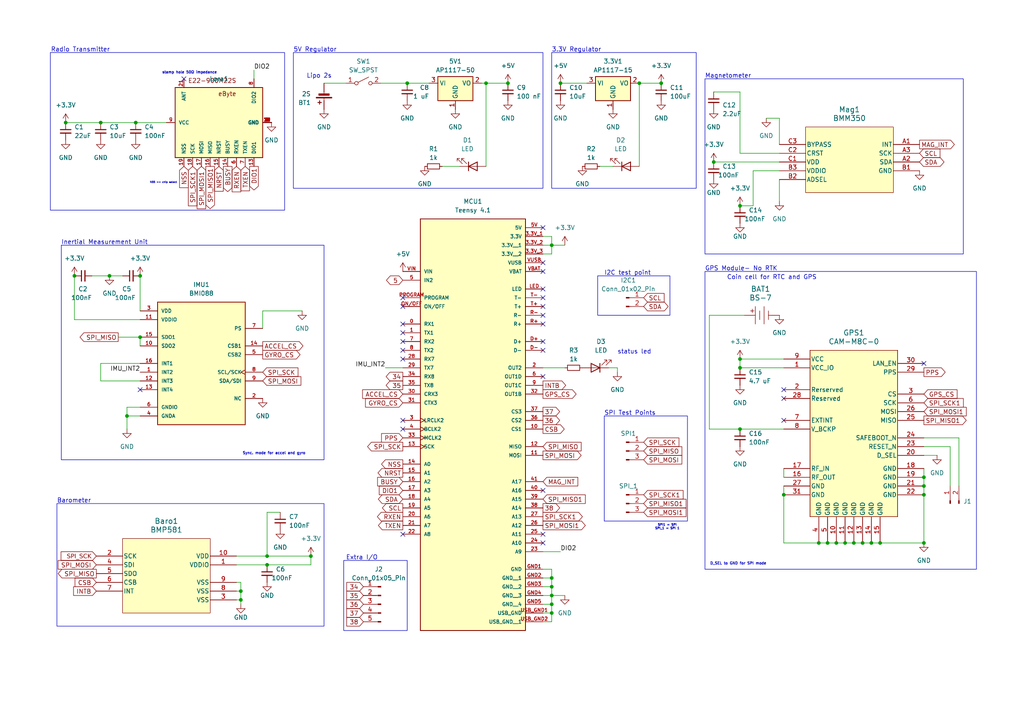
<source format=kicad_sch>
(kicad_sch (version 20231120) (generator "eeschema") (generator_version "8.0")
  (paper "A4")
  (title_block (title "Avionics Board") (date "2024-06-25") (rev "1") (company "APRL") (comment 1 "Designer: Hieu Bui"))
  (junction (at 118.11 24.13))
  (junction (at 90.17 161.29))
  (junction (at 242.57 157.48))
  (junction (at 147.32 24.13))
  (junction (at 39.37 35.56))
  (junction (at 207.01 46.99))
  (junction (at 160.02 172.72))
  (junction (at 160.02 175.26))
  (junction (at 21.59 80.01))
  (junction (at 240.03 157.48))
  (junction (at 40.64 97.79))
  (junction (at 140.97 24.13))
  (junction (at 267.97 138.43))
  (junction (at 252.73 157.48))
  (junction (at 77.47 161.29))
  (junction (at 36.83 120.65))
  (junction (at 214.63 124.46))
  (junction (at 237.49 157.48))
  (junction (at 227.33 143.51))
  (junction (at 214.63 106.68))
  (junction (at 267.97 143.51))
  (junction (at 19.05 35.56))
  (junction (at 214.63 59.69))
  (junction (at 69.85 171.45))
  (junction (at 247.65 157.48))
  (junction (at 162.56 24.13))
  (junction (at 267.97 157.48))
  (junction (at 31.75 80.01))
  (junction (at 40.64 80.01))
  (junction (at 69.85 173.99))
  (junction (at 160.02 170.18))
  (junction (at 77.47 163.83))
  (junction (at 185.42 24.13))
  (junction (at 255.27 157.48))
  (junction (at 160.02 71.12))
  (junction (at 191.77 24.13))
  (junction (at 160.02 167.64))
  (junction (at 267.97 140.97))
  (junction (at 245.11 157.48))
  (junction (at 29.21 35.56))
  (junction (at 160.02 177.8))
  (junction (at 214.63 104.14))
  (junction (at 250.19 157.48))
  (no_connect (at 116.84 88.9))
  (no_connect (at 40.64 113.03))
  (no_connect (at 116.84 99.06))
  (no_connect (at 227.33 113.03))
  (no_connect (at 227.33 121.92))
  (no_connect (at 116.84 154.94))
  (no_connect (at 116.84 121.92))
  (no_connect (at 267.97 105.41))
  (no_connect (at 116.84 101.6))
  (no_connect (at 157.48 154.94))
  (no_connect (at 157.48 78.74))
  (no_connect (at 157.48 76.2))
  (no_connect (at 157.48 93.98))
  (no_connect (at 227.33 115.57))
  (no_connect (at 157.48 83.82))
  (no_connect (at 157.48 99.06))
  (no_connect (at 157.48 88.9))
  (no_connect (at 157.48 91.44))
  (no_connect (at 157.48 101.6))
  (no_connect (at 116.84 104.14))
  (no_connect (at 116.84 86.36))
  (no_connect (at 53.34 22.86))
  (no_connect (at 116.84 93.98))
  (no_connect (at 157.48 157.48))
  (no_connect (at 157.48 109.22))
  (no_connect (at 157.48 142.24))
  (no_connect (at 157.48 86.36))
  (no_connect (at 116.84 96.52))
  (no_connect (at 157.48 66.04))
  (no_connect (at 116.84 124.46))
  (wire (pts (xy 40.64 118.11) (xy 36.83 118.11)))
  (wire (pts (xy 227.33 135.89) (xy 227.33 138.43)))
  (wire (pts (xy 160.02 175.26) (xy 160.02 177.8)))
  (wire (pts (xy 214.63 104.14) (xy 227.33 104.14)))
  (wire (pts (xy 73.66 20.32) (xy 73.66 22.86)))
  (wire (pts (xy 226.06 44.45) (xy 214.63 44.45)))
  (wire (pts (xy 157.48 172.72) (xy 160.02 172.72)))
  (wire (pts (xy 227.33 140.97) (xy 227.33 143.51)))
  (wire (pts (xy 160.02 68.58) (xy 160.02 71.12)))
  (wire (pts (xy 179.07 107.95) (xy 179.07 106.68)))
  (wire (pts (xy 36.83 120.65) (xy 36.83 124.46)))
  (wire (pts (xy 160.02 172.72) (xy 163.83 172.72)))
  (wire (pts (xy 160.02 71.12) (xy 160.02 73.66)))
  (wire (pts (xy 93.98 24.13) (xy 100.33 24.13)))
  (wire (pts (xy 185.42 24.13) (xy 185.42 48.26)))
  (wire (pts (xy 207.01 46.99) (xy 226.06 46.99)))
  (wire (pts (xy 36.83 120.65) (xy 40.64 120.65)))
  (wire (pts (xy 250.19 157.48) (xy 252.73 157.48)))
  (wire (pts (xy 110.49 24.13) (xy 118.11 24.13)))
  (wire (pts (xy 76.2 95.25) (xy 76.2 90.17)))
  (wire (pts (xy 40.64 110.49) (xy 29.21 110.49)))
  (wire (pts (xy 267.97 135.89) (xy 267.97 138.43)))
  (wire (pts (xy 157.48 71.12) (xy 160.02 71.12)))
  (wire (pts (xy 218.44 49.53) (xy 226.06 49.53)))
  (wire (pts (xy 48.26 35.56) (xy 39.37 35.56)))
  (wire (pts (xy 214.63 44.45) (xy 214.63 26.67)))
  (wire (pts (xy 214.63 26.67) (xy 207.01 26.67)))
  (wire (pts (xy 214.63 59.69) (xy 218.44 59.69)))
  (wire (pts (xy 205.74 91.44) (xy 205.74 124.46)))
  (wire (pts (xy 68.58 163.83) (xy 77.47 163.83)))
  (wire (pts (xy 40.64 97.79) (xy 40.64 100.33)))
  (wire (pts (xy 68.58 161.29) (xy 77.47 161.29)))
  (wire (pts (xy 162.56 24.13) (xy 170.18 24.13)))
  (wire (pts (xy 267.97 132.08) (xy 271.78 132.08)))
  (wire (pts (xy 227.33 106.68) (xy 214.63 106.68)))
  (wire (pts (xy 157.48 177.8) (xy 160.02 177.8)))
  (wire (pts (xy 157.48 175.26) (xy 160.02 175.26)))
  (wire (pts (xy 69.85 173.99) (xy 69.85 175.26)))
  (wire (pts (xy 214.63 106.68) (xy 214.63 104.14)))
  (wire (pts (xy 179.07 106.68) (xy 176.53 106.68)))
  (wire (pts (xy 133.35 48.26) (xy 128.27 48.26)))
  (wire (pts (xy 68.58 168.91) (xy 69.85 168.91)))
  (wire (pts (xy 157.48 160.02) (xy 162.56 160.02)))
  (wire (pts (xy 31.75 80.01) (xy 35.56 80.01)))
  (wire (pts (xy 69.85 171.45) (xy 69.85 173.99)))
  (wire (pts (xy 76.2 90.17) (xy 87.63 90.17)))
  (wire (pts (xy 69.85 173.99) (xy 68.58 173.99)))
  (wire (pts (xy 77.47 161.29) (xy 77.47 148.59)))
  (wire (pts (xy 90.17 161.29) (xy 90.17 163.83)))
  (wire (pts (xy 205.74 124.46) (xy 214.63 124.46)))
  (wire (pts (xy 36.83 118.11) (xy 36.83 120.65)))
  (wire (pts (xy 242.57 157.48) (xy 245.11 157.48)))
  (wire (pts (xy 160.02 172.72) (xy 160.02 175.26)))
  (wire (pts (xy 29.21 105.41) (xy 40.64 105.41)))
  (wire (pts (xy 77.47 148.59) (xy 81.28 148.59)))
  (wire (pts (xy 160.02 165.1) (xy 160.02 167.64)))
  (wire (pts (xy 69.85 168.91) (xy 69.85 171.45)))
  (wire (pts (xy 40.64 92.71) (xy 21.59 92.71)))
  (wire (pts (xy 160.02 170.18) (xy 160.02 172.72)))
  (wire (pts (xy 21.59 80.01) (xy 21.59 92.71)))
  (wire (pts (xy 157.48 170.18) (xy 160.02 170.18)))
  (wire (pts (xy 160.02 71.12) (xy 163.83 71.12)))
  (wire (pts (xy 77.47 161.29) (xy 90.17 161.29)))
  (wire (pts (xy 140.97 24.13) (xy 147.32 24.13)))
  (wire (pts (xy 173.99 48.26) (xy 177.8 48.26)))
  (wire (pts (xy 226.06 52.07) (xy 226.06 58.42)))
  (wire (pts (xy 227.33 143.51) (xy 227.33 157.48)))
  (wire (pts (xy 267.97 138.43) (xy 267.97 140.97)))
  (wire (pts (xy 140.97 24.13) (xy 140.97 48.26)))
  (wire (pts (xy 267.97 127) (xy 278.13 127)))
  (wire (pts (xy 34.29 97.79) (xy 40.64 97.79)))
  (wire (pts (xy 157.48 106.68) (xy 163.83 106.68)))
  (wire (pts (xy 278.13 127) (xy 278.13 140.97)))
  (wire (pts (xy 139.7 24.13) (xy 140.97 24.13)))
  (wire (pts (xy 160.02 73.66) (xy 157.48 73.66)))
  (wire (pts (xy 252.73 157.48) (xy 255.27 157.48)))
  (wire (pts (xy 237.49 157.48) (xy 240.03 157.48)))
  (wire (pts (xy 111.76 106.68) (xy 116.84 106.68)))
  (wire (pts (xy 157.48 68.58) (xy 160.02 68.58)))
  (wire (pts (xy 160.02 177.8) (xy 160.02 180.34)))
  (wire (pts (xy 245.11 157.48) (xy 247.65 157.48)))
  (wire (pts (xy 40.64 80.01) (xy 40.64 90.17)))
  (wire (pts (xy 157.48 165.1) (xy 160.02 165.1)))
  (wire (pts (xy 267.97 140.97) (xy 267.97 143.51)))
  (wire (pts (xy 77.47 163.83) (xy 90.17 163.83)))
  (wire (pts (xy 275.59 129.54) (xy 275.59 140.97)))
  (wire (pts (xy 215.9 91.44) (xy 205.74 91.44)))
  (wire (pts (xy 26.67 80.01) (xy 31.75 80.01)))
  (wire (pts (xy 240.03 157.48) (xy 242.57 157.48)))
  (wire (pts (xy 118.11 24.13) (xy 124.46 24.13)))
  (wire (pts (xy 267.97 157.48) (xy 267.97 143.51)))
  (wire (pts (xy 68.58 171.45) (xy 69.85 171.45)))
  (wire (pts (xy 39.37 35.56) (xy 29.21 35.56)))
  (wire (pts (xy 157.48 167.64) (xy 160.02 167.64)))
  (wire (pts (xy 267.97 129.54) (xy 275.59 129.54)))
  (wire (pts (xy 255.27 157.48) (xy 267.97 157.48)))
  (wire (pts (xy 218.44 59.69) (xy 218.44 49.53)))
  (wire (pts (xy 160.02 167.64) (xy 160.02 170.18)))
  (wire (pts (xy 247.65 157.48) (xy 250.19 157.48)))
  (wire (pts (xy 214.63 124.46) (xy 227.33 124.46)))
  (wire (pts (xy 29.21 35.56) (xy 19.05 35.56)))
  (wire (pts (xy 29.21 110.49) (xy 29.21 105.41)))
  (wire (pts (xy 160.02 180.34) (xy 157.48 180.34)))
  (wire (pts (xy 227.33 157.48) (xy 237.49 157.48)))
  (wire (pts (xy 222.25 34.29) (xy 226.06 34.29)))
  (wire (pts (xy 226.06 41.91) (xy 226.06 34.29)))
  (wire (pts (xy 185.42 24.13) (xy 191.77 24.13)))
  (rectangle (start 16.51 146.05) (end 93.98 181.61))
  (rectangle (start 14.605 15.24) (end 82.55 60.96))
  (rectangle (start 99.695 162.56) (end 118.11 182.88))
  (rectangle (start 204.47 22.86) (end 279.4 73.66))
  (rectangle (start 173.355 80.01) (end 194.31 91.44))
  (rectangle (start 17.78 71.12) (end 93.98 133.35))
  (rectangle (start 85.09 15.24) (end 157.48 54.61))
  (rectangle (start 204.47 78.74) (end 283.21 165.1))
  (rectangle (start 160.02 15.24) (end 201.93 54.61))
  (rectangle (start 175.26 120.65) (end 199.39 151.13))
  (text "Barometer" (at 16.51 146.05 0) (effects (font (size 1.27 1.27)) (justify left bottom)))
  (text "SPI Test Points" (at 175.26 120.65 0) (effects (font (size 1.27 1.27)) (justify left bottom)))
  (text "NSS == chip select\n" (at 43.434 53.34 0) (effects (font (size 0.508 0.508)) (justify left bottom)))
  (text "Inertial Measurement Unit" (at 17.78 71.12 0) (effects (font (size 1.27 1.27)) (justify left bottom)))
  (text "Sync. mode for accel and gyro" (at 79.502 131.572 0) (effects (font (size 0.762 0.762))))
  (text "Lipo 2s" (at 88.9 22.86 0) (effects (font (size 1.27 1.27)) (justify left bottom)))
  (text "status led" (at 179.07 102.87 0) (effects (font (size 1.27 1.27)) (justify left bottom)))
  (text "Coin cell for RTC and GPS\n" (at 210.82 81.28 0) (effects (font (size 1.27 1.27)) (justify left bottom)))
  (text "SPI1 = SPI\nSPI_1 = SPI 1" (at 193.548 152.908 0) (effects (font (size 0.635 0.635))))
  (text "Magnetometer" (at 204.47 22.86 0) (effects (font (size 1.27 1.27)) (justify left bottom)))
  (text "3.3V Regulator" (at 160.02 15.24 0) (effects (font (size 1.27 1.27)) (justify left bottom)))
  (text "GPS Module- No RTK\n" (at 204.47 78.74 0) (effects (font (size 1.27 1.27)) (justify left bottom)))
  (text "Radio Transmitter" (at 14.732 15.24 0) (effects (font (size 1.27 1.27)) (justify left bottom)))
  (text "D_SEL to GND for SPI mode" (at 214.122 163.576 0) (effects (font (size 0.762 0.762))))
  (text "I2C test point" (at 175.26 80.01 0) (effects (font (size 1.27 1.27)) (justify left bottom)))
  (text "5V Regulator" (at 85.09 15.24 0) (effects (font (size 1.27 1.27)) (justify left bottom)))
  (text "Extra I/O" (at 100.33 162.56 0) (effects (font (size 1.27 1.27)) (justify left bottom)))
  (text "stamp hole 50Ω impedance" (at 46.99 21.59 0) (effects (font (size 0.75 0.75)) (justify left bottom)))
  (label "IMU_INT2" (at 111.76 106.68 180))
  (label "DIO2" (at 162.56 160.02 0))
  (label "DIO2" (at 73.66 20.32 0))
  (label "IMU_INT2" (at 40.64 107.95 180))
  (global_label "ACCEL_CS" (shape output) (at 76.2 100.33 0) (property "Intersheetrefs" "${INTERSHEET_REFS}" (effects (hide yes))))
  (global_label "35" (shape output) (at 116.84 111.76 180) (property "Intersheetrefs" "${INTERSHEET_REFS}" (effects (hide yes))))
  (global_label "MAG_INT" (shape input) (at 157.48 139.7 0) (property "Intersheetrefs" "${INTERSHEET_REFS}" (effects (hide yes))))
  (global_label "NSS" (shape input) (at 53.34 48.26 270) (property "Intersheetrefs" "${INTERSHEET_REFS}" (effects (hide yes))))
  (global_label "SPI_MISO" (shape input) (at 186.69 130.81 0) (property "Intersheetrefs" "${INTERSHEET_REFS}" (effects (hide yes))))
  (global_label "GPS_CS" (shape output) (at 157.48 114.3 0) (property "Intersheetrefs" "${INTERSHEET_REFS}" (effects (hide yes))))
  (global_label "RXEN" (shape input) (at 68.58 48.26 270) (property "Intersheetrefs" "${INTERSHEET_REFS}" (effects (hide yes))))
  (global_label "5" (shape bidirectional) (at 116.84 81.28 180) (property "Intersheetrefs" "${INTERSHEET_REFS}" (effects (hide yes))))
  (global_label "SPI_MOSI1" (shape output) (at 157.48 152.4 0) (property "Intersheetrefs" "${INTERSHEET_REFS}" (effects (hide yes))))
  (global_label "SCL" (shape output) (at 116.84 147.32 180) (property "Intersheetrefs" "${INTERSHEET_REFS}" (effects (hide yes))))
  (global_label "RXEN" (shape output) (at 116.84 149.86 180) (property "Intersheetrefs" "${INTERSHEET_REFS}" (effects (hide yes))))
  (global_label "NRST" (shape output) (at 116.84 137.16 180) (property "Intersheetrefs" "${INTERSHEET_REFS}" (effects (hide yes))))
  (global_label "SDA" (shape bidirectional) (at 116.84 144.78 180) (property "Intersheetrefs" "${INTERSHEET_REFS}" (effects (hide yes))))
  (global_label "MAG_INT" (shape output) (at 266.7 41.91 0) (property "Intersheetrefs" "${INTERSHEET_REFS}" (effects (hide yes))))
  (global_label "SPI_SCK" (shape input) (at 76.2 107.95 0) (property "Intersheetrefs" "${INTERSHEET_REFS}" (effects (hide yes))))
  (global_label "SPI_MOSI" (shape output) (at 157.48 132.08 0) (property "Intersheetrefs" "${INTERSHEET_REFS}" (effects (hide yes))))
  (global_label "34" (shape input) (at 105.41 170.18 180) (property "Intersheetrefs" "${INTERSHEET_REFS}" (effects (hide yes))))
  (global_label "36" (shape input) (at 105.41 175.26 180) (property "Intersheetrefs" "${INTERSHEET_REFS}" (effects (hide yes))))
  (global_label "INTB" (shape output) (at 157.48 111.76 0) (property "Intersheetrefs" "${INTERSHEET_REFS}" (effects (hide yes))))
  (global_label "BUSY" (shape input) (at 116.84 139.7 180) (property "Intersheetrefs" "${INTERSHEET_REFS}" (effects (hide yes))))
  (global_label "SPI_MISO1" (shape input) (at 186.69 146.05 0) (property "Intersheetrefs" "${INTERSHEET_REFS}" (effects (hide yes))))
  (global_label "SPI_MOSI1" (shape input) (at 58.42 48.26 270) (property "Intersheetrefs" "${INTERSHEET_REFS}" (effects (hide yes))))
  (global_label "GYRO_CS" (shape output) (at 76.2 102.87 0) (property "Intersheetrefs" "${INTERSHEET_REFS}" (effects (hide yes))))
  (global_label "SPI_MOSI" (shape input) (at 186.69 133.35 0) (property "Intersheetrefs" "${INTERSHEET_REFS}" (effects (hide yes))))
  (global_label "SDA" (shape bidirectional) (at 266.7 46.99 0) (property "Intersheetrefs" "${INTERSHEET_REFS}" (effects (hide yes))))
  (global_label "DIO1" (shape output) (at 73.66 48.26 270) (property "Intersheetrefs" "${INTERSHEET_REFS}" (effects (hide yes))))
  (global_label "38" (shape output) (at 157.48 147.32 0) (property "Intersheetrefs" "${INTERSHEET_REFS}" (effects (hide yes))))
  (global_label "37" (shape input) (at 105.41 177.8 180) (property "Intersheetrefs" "${INTERSHEET_REFS}" (effects (hide yes))))
  (global_label "SPI_SCK1" (shape input) (at 55.88 48.26 270) (property "Intersheetrefs" "${INTERSHEET_REFS}" (effects (hide yes))))
  (global_label "SPI_SCK" (shape output) (at 116.84 129.54 180) (property "Intersheetrefs" "${INTERSHEET_REFS}" (effects (hide yes))))
  (global_label "BUSY" (shape output) (at 66.04 48.26 270) (property "Intersheetrefs" "${INTERSHEET_REFS}" (effects (hide yes))))
  (global_label "PPS" (shape output) (at 267.97 107.95 0) (property "Intersheetrefs" "${INTERSHEET_REFS}" (effects (hide yes))))
  (global_label "34" (shape output) (at 116.84 109.22 180) (property "Intersheetrefs" "${INTERSHEET_REFS}" (effects (hide yes))))
  (global_label "PPS" (shape input) (at 116.84 127 180) (property "Intersheetrefs" "${INTERSHEET_REFS}" (effects (hide yes))))
  (global_label "DIO1" (shape input) (at 116.84 142.24 180) (property "Intersheetrefs" "${INTERSHEET_REFS}" (effects (hide yes))))
  (global_label "SPI_MISO1" (shape input) (at 157.48 144.78 0) (property "Intersheetrefs" "${INTERSHEET_REFS}" (effects (hide yes))))
  (global_label "37" (shape output) (at 157.48 119.38 0) (property "Intersheetrefs" "${INTERSHEET_REFS}" (effects (hide yes))))
  (global_label "ACCEL_CS" (shape input) (at 116.84 114.3 180) (property "Intersheetrefs" "${INTERSHEET_REFS}" (effects (hide yes))))
  (global_label "SPI_MISO1" (shape output) (at 60.96 48.26 270) (property "Intersheetrefs" "${INTERSHEET_REFS}" (effects (hide yes))))
  (global_label "SDA" (shape bidirectional) (at 186.69 88.9 0) (property "Intersheetrefs" "${INTERSHEET_REFS}" (effects (hide yes))))
  (global_label "SPI_SCK" (shape input) (at 27.94 161.29 180) (property "Intersheetrefs" "${INTERSHEET_REFS}" (effects (hide yes))))
  (global_label "36" (shape output) (at 157.48 121.92 0) (property "Intersheetrefs" "${INTERSHEET_REFS}" (effects (hide yes))))
  (global_label "SPI_SCK1" (shape input) (at 267.97 116.84 0) (property "Intersheetrefs" "${INTERSHEET_REFS}" (effects (hide yes))))
  (global_label "SPI_MOSI" (shape input) (at 27.94 163.83 180) (property "Intersheetrefs" "${INTERSHEET_REFS}" (effects (hide yes))))
  (global_label "NRST" (shape input) (at 63.5 48.26 270) (property "Intersheetrefs" "${INTERSHEET_REFS}" (effects (hide yes))))
  (global_label "GPS_CS" (shape input) (at 267.97 114.3 0) (property "Intersheetrefs" "${INTERSHEET_REFS}" (effects (hide yes))))
  (global_label "SPI_MISO" (shape output) (at 34.29 97.79 180) (property "Intersheetrefs" "${INTERSHEET_REFS}" (effects (hide yes))))
  (global_label "CSB" (shape output) (at 157.48 124.46 0) (property "Intersheetrefs" "${INTERSHEET_REFS}" (effects (hide yes))))
  (global_label "SCL" (shape input) (at 266.7 44.45 0) (property "Intersheetrefs" "${INTERSHEET_REFS}" (effects (hide yes))))
  (global_label "SPI_SCK1" (shape input) (at 186.69 143.51 0) (property "Intersheetrefs" "${INTERSHEET_REFS}" (effects (hide yes))))
  (global_label "INTB" (shape input) (at 27.94 171.45 180) (property "Intersheetrefs" "${INTERSHEET_REFS}" (effects (hide yes))))
  (global_label "GYRO_CS" (shape input) (at 116.84 116.84 180) (property "Intersheetrefs" "${INTERSHEET_REFS}" (effects (hide yes))))
  (global_label "38" (shape input) (at 105.41 180.34 180) (property "Intersheetrefs" "${INTERSHEET_REFS}" (effects (hide yes))))
  (global_label "35" (shape input) (at 105.41 172.72 180) (property "Intersheetrefs" "${INTERSHEET_REFS}" (effects (hide yes))))
  (global_label "SCL" (shape input) (at 186.69 86.36 0) (property "Intersheetrefs" "${INTERSHEET_REFS}" (effects (hide yes))))
  (global_label "TXEN" (shape output) (at 116.84 152.4 180) (property "Intersheetrefs" "${INTERSHEET_REFS}" (effects (hide yes))))
  (global_label "CSB" (shape input) (at 27.94 168.91 180) (property "Intersheetrefs" "${INTERSHEET_REFS}" (effects (hide yes))))
  (global_label "TXEN" (shape input) (at 71.12 48.26 270) (property "Intersheetrefs" "${INTERSHEET_REFS}" (effects (hide yes))))
  (global_label "SPI_MISO" (shape output) (at 27.94 166.37 180) (property "Intersheetrefs" "${INTERSHEET_REFS}" (effects (hide yes))))
  (global_label "NSS" (shape output) (at 116.84 134.62 180) (property "Intersheetrefs" "${INTERSHEET_REFS}" (effects (hide yes))))
  (global_label "SPI_MOSI1" (shape input) (at 267.97 119.38 0) (property "Intersheetrefs" "${INTERSHEET_REFS}" (effects (hide yes))))
  (global_label "SPI_SCK1" (shape output) (at 157.48 149.86 0) (property "Intersheetrefs" "${INTERSHEET_REFS}" (effects (hide yes))))
  (global_label "SPI_SCK" (shape input) (at 186.69 128.27 0) (property "Intersheetrefs" "${INTERSHEET_REFS}" (effects (hide yes))))
  (global_label "SPI_MISO1" (shape output) (at 267.97 121.92 0) (property "Intersheetrefs" "${INTERSHEET_REFS}" (effects (hide yes))))
  (global_label "SPI_MOSI" (shape input) (at 76.2 110.49 0) (property "Intersheetrefs" "${INTERSHEET_REFS}" (effects (hide yes))))
  (global_label "SPI_MOSI1" (shape input) (at 186.69 148.59 0) (property "Intersheetrefs" "${INTERSHEET_REFS}" (effects (hide yes))))
  (global_label "SPI_MISO" (shape input) (at 157.48 129.54 0) (property "Intersheetrefs" "${INTERSHEET_REFS}" (effects (hide yes))))
  (symbol (lib_id "power:+3.3V") (at 207.01 46.99 0) (unit 1)
    (property "Reference" "#PWR033" (effects (hide yes)))
    (property "Value" "+3.3V" (at 207.01 41.91 0))
  )
  (symbol (lib_id "Connector:Conn_01x03_Pin") (at 181.61 146.05 0) (unit 1)
    (property "Reference" "SPI_1" (at 182.245 140.97 0))
    (property "Value" "Conn_01x03_Pin" (effects (hide yes)))
    (property "Footprint" "Connector_PinHeader_2.54mm:PinHeader_1x03_P2.54mm_Vertical" (effects (hide yes)))
  )
  (symbol (lib_name "GND_1") (lib_id "power:GND") (at 271.78 132.08 0) (unit 1)
    (property "Reference" "#PWR045" (effects (hide yes)))
    (property "Value" "GND" (at 271.78 137.16 0))
    (property "Description" "Power symbol creates a global label with name \"GND\" , ground" (effects (hide yes)))
  )
  (symbol (lib_id "power:+3.3V") (at 21.59 80.01 0) (mirror y) (unit 1)
    (property "Reference" "#PWR03" (effects (hide yes)))
    (property "Value" "+3.3V" (at 21.59 74.93 0))
  )
  (symbol (lib_id "Device:Battery_Cell") (at 93.98 26.67 180) (unit 1)
    (property "Reference" "BT1" (at 90.17 29.7815 0) (effects (justify left)))
    (property "Value" "2S" (at 90.17 27.2415 0) (effects (justify left)))
    (property "Footprint" "Connector_JST:JST_PH_S2B-PH-K_1x02_P2.00mm_Horizontal" (effects (hide yes)))
  )
  (symbol (lib_id "Device:C_Small") (at 118.11 26.67 0) (mirror y) (unit 1)
    (property "Reference" "C8" (at 124.46 25.4 0) (effects (justify left)))
    (property "Value" "1 uF" (at 124.46 27.94 0) (effects (justify left)))
    (property "Footprint" "Capacitor_SMD:C_0603_1608Metric" (effects (hide yes)))
  )
  (symbol (lib_id "power:GND") (at 207.01 52.07 0) (unit 1)
    (property "Reference" "#PWR034" (effects (hide yes)))
    (property "Value" "GND" (at 207.01 55.88 0))
  )
  (symbol (lib_id "Connector:Conn_01x05_Pin") (at 110.49 175.26 0) (mirror y) (unit 1)
    (property "Reference" "J2" (at 109.855 165.1 0))
    (property "Value" "Conn_01x05_Pin" (at 109.855 167.64 0))
    (property "Footprint" "Connector_PinHeader_2.54mm:PinHeader_1x05_P2.54mm_Vertical" (effects (hide yes)))
  )
  (symbol (lib_id "power:GND") (at 214.63 129.54 0) (unit 1)
    (property "Reference" "#PWR039" (effects (hide yes)))
    (property "Value" "GND" (at 214.63 134.62 0))
  )
  (symbol (lib_id "power:GND") (at 179.07 107.95 0) (unit 1)
    (property "Reference" "#PWR029" (effects (hide yes)))
    (property "Value" "GND" (at 179.07 113.03 0))
  )
  (symbol (lib_id "Device:C_Small") (at 29.21 38.1 0) (unit 1)
    (property "Reference" "C3" (at 31.75 36.8363 0) (effects (justify left)))
    (property "Value" "10uF" (at 31.75 39.3763 0) (effects (justify left)))
    (property "Footprint" "Capacitor_SMD:C_0805_2012Metric" (effects (hide yes)))
  )
  (symbol (lib_id "Device:C_Small") (at 39.37 38.1 0) (unit 1)
    (property "Reference" "C4" (at 41.91 36.8363 0) (effects (justify left)))
    (property "Value" "100nF" (at 41.91 39.3763 0) (effects (justify left)))
    (property "Footprint" "Capacitor_SMD:C_0603_1608Metric" (effects (hide yes)))
  )
  (symbol (lib_id "power:GND") (at 222.25 34.29 0) (unit 1)
    (property "Reference" "#PWR040" (effects (hide yes)))
    (property "Value" "GND" (at 222.25 39.37 0))
  )
  (symbol (lib_id "dk_Battery-Holders-Clips-Contacts:BS-7") (at 220.98 91.44 90) (unit 1)
    (property "Reference" "BAT1" (at 220.599 83.82 90) (effects (font (size 1.524 1.524))))
    (property "Value" "BS-7" (at 220.599 86.36 90) (effects (font (size 1.524 1.524))))
    (property "Footprint" "footprints:Battery_Holder_Coin_2032_BS-7" (effects (hide yes)))
    (property "Datasheet" "http://www.memoryprotectiondevices.com/datasheets/BS-7-datasheet.pdf" (effects (hide yes)))
    (property "Description" "BATTERY HOLDER COIN 20MM PC PIN" (effects (hide yes)))
    (property "Digi-Key_PN" "BS-7-ND" (effects (hide yes)))
    (property "MPN" "BS-7" (effects (hide yes)))
    (property "Category" "Battery Products" (effects (hide yes)))
    (property "Family" "Battery Holders, Clips, Contacts" (effects (hide yes)))
    (property "DK_Datasheet_Link" "http://www.memoryprotectiondevices.com/datasheets/BS-7-datasheet.pdf" (effects (hide yes)))
    (property "DK_Detail_Page" "/product-detail/en/mpd-memory-protection-devices/BS-7/BS-7-ND/389447" (effects (hide yes)))
    (property "Manufacturer" "MPD (Memory Protection Devices)" (effects (hide yes)))
    (property "Status" "Active" (effects (hide yes)))
  )
  (symbol (lib_id "power:GND") (at 78.74 35.56 0) (unit 1)
    (property "Reference" "#PWR010" (effects (hide yes)))
    (property "Value" "GND" (at 78.74 40.64 0))
  )
  (symbol (lib_id "BMI088:BMI088") (at 58.42 105.41 0) (mirror y) (unit 1)
    (property "Reference" "IMU1" (at 58.42 82.55 0))
    (property "Value" "BMI088" (at 58.42 85.09 0))
    (property "Footprint" "footprints:PQFN50P450X300X100-16N" (effects (hide yes)))
    (property "MF" "Bosch Sensortec" (effects (hide yes)))
    (property "PURCHASE-URL" "https://pricing.snapeda.com/search/part/BMI088/?ref=eda" (effects (hide yes)))
    (property "PACKAGE" "VFLGA-16 Bosch Sensortec" (effects (hide yes)))
    (property "PRICE" "None" (effects (hide yes)))
    (property "MP" "BMI088" (effects (hide yes)))
    (property "AVAILABILITY" "In Stock" (effects (hide yes)))
    (property "DESCRIPTION" "Accelerometer, Gyroscope, 6 Axis Sensor I²C, SPI Output" (effects (hide yes)))
  )
  (symbol (lib_id "power:GND") (at 123.19 48.26 0) (mirror y) (unit 1)
    (property "Reference" "#PWR018" (effects (hide yes)))
    (property "Value" "GND" (at 123.19 53.34 0))
  )
  (symbol (lib_id "Connector:Conn_01x02_Pin") (at 275.59 146.05 90) (unit 1)
    (property "Reference" "J1" (at 279.4 145.4149 90) (effects (justify right)))
    (property "Value" "Conn_01x02_Pin" (effects (hide yes)))
    (property "Footprint" "Connector_PinHeader_2.54mm:PinHeader_1x02_P2.54mm_Vertical" (effects (hide yes)))
    (property "Description" "Generic connector, single row, 01x02, script generated" (effects (hide yes)))
  )
  (symbol (lib_id "power:+3.3V") (at 163.83 71.12 0) (unit 1)
    (property "Reference" "#PWR026" (effects (hide yes)))
    (property "Value" "+3.3V" (at 163.83 66.04 0))
  )
  (symbol (lib_id "Device:C_Small") (at 191.77 26.67 0) (unit 1)
    (property "Reference" "C11" (at 194.31 25.4063 0) (effects (justify left)))
    (property "Value" "100uF" (at 194.31 27.9463 0) (effects (justify left)))
    (property "Footprint" "Capacitor_SMD:C_0805_2012Metric" (effects (hide yes)))
  )
  (symbol (lib_id "BMP581:BMP581") (at 27.94 161.29 0) (unit 1)
    (property "Reference" "Baro1" (at 48.26 151.13 0) (effects (font (size 1.524 1.524))))
    (property "Value" "BMP581" (at 48.26 153.67 0) (effects (font (size 1.524 1.524))))
    (property "Footprint" "footprints:QFN10_BMP581_BOS" (effects (hide yes)))
    (property "Datasheet" "BMP581" (effects (hide yes)))
  )
  (symbol (lib_id "power:GND") (at 226.06 91.44 0) (unit 1)
    (property "Reference" "#PWR042" (effects (hide yes)))
    (property "Value" "GND" (at 226.06 96.52 0))
  )
  (symbol (lib_id "power:GND") (at 266.7 49.53 0) (unit 1)
    (property "Reference" "#PWR043" (effects (hide yes)))
    (property "Value" "GND" (at 266.7 54.61 0))
  )
  (symbol (lib_id "power:GND") (at 147.32 29.21 0) (unit 1)
    (property "Reference" "#PWR022" (effects (hide yes)))
    (property "Value" "GND" (at 147.32 34.29 0))
  )
  (symbol (lib_id "Device:C_Small") (at 38.1 80.01 90) (mirror x) (unit 1)
    (property "Reference" "C5" (at 38.1 83.82 90) (effects (justify left)))
    (property "Value" "100nF" (at 39.37 86.36 90) (effects (justify left)))
    (property "Footprint" "Capacitor_SMD:C_0603_1608Metric" (effects (hide yes)))
  )
  (symbol (lib_id "power:GND") (at 207.01 31.75 0) (unit 1)
    (property "Reference" "#PWR032" (effects (hide yes)))
    (property "Value" "GND" (at 207.01 36.83 0))
  )
  (symbol (lib_id "Device:C_Small") (at 81.28 151.13 0) (unit 1)
    (property "Reference" "C7" (at 83.82 149.8663 0) (effects (justify left)))
    (property "Value" "100nF" (at 83.82 152.4063 0) (effects (justify left)))
    (property "Footprint" "Capacitor_SMD:C_0603_1608Metric" (effects (hide yes)))
  )
  (symbol (lib_id "power:GND") (at 19.05 40.64 0) (unit 1)
    (property "Reference" "#PWR02" (effects (hide yes)))
    (property "Value" "GND" (at 19.05 45.72 0))
  )
  (symbol (lib_id "power:+3.3V") (at 214.63 104.14 0) (unit 1)
    (property "Reference" "#PWR037" (effects (hide yes)))
    (property "Value" "+3.3V" (at 214.63 99.06 0))
  )
  (symbol (lib_id "power:+3.3V") (at 40.64 80.01 0) (mirror y) (unit 1)
    (property "Reference" "#PWR08" (effects (hide yes)))
    (property "Value" "+3.3V" (at 40.64 74.93 0))
  )
  (symbol (lib_id "power:GND") (at 162.56 29.21 0) (unit 1)
    (property "Reference" "#PWR024" (effects (hide yes)))
    (property "Value" "GND" (at 162.56 34.29 0))
  )
  (symbol (lib_id "Device:R_Small") (at 171.45 48.26 90) (unit 1)
    (property "Reference" "R2" (at 171.45 43.18 90))
    (property "Value" "1k" (at 171.45 45.72 90))
    (property "Footprint" "Resistor_SMD:R_0603_1608Metric" (effects (hide yes)))
  )
  (symbol (lib_id "Device:C_Small") (at 162.56 26.67 0) (unit 1)
    (property "Reference" "C10" (at 165.1 25.4063 0) (effects (justify left)))
    (property "Value" "10uF" (at 165.1 27.9463 0) (effects (justify left)))
    (property "Footprint" "Capacitor_SMD:C_0603_1608Metric" (effects (hide yes)))
  )
  (symbol (lib_id "power:+3.3V") (at 90.17 161.29 0) (unit 1)
    (property "Reference" "#PWR015" (effects (hide yes)))
    (property "Value" "+3.3V" (at 90.17 156.21 0))
  )
  (symbol (lib_id "power:GND") (at 132.08 31.75 0) (unit 1)
    (property "Reference" "#PWR020" (effects (hide yes)))
    (property "Value" "GND" (at 132.08 36.83 0))
  )
  (symbol (lib_id "power:GND") (at 168.91 48.26 0) (unit 1)
    (property "Reference" "#PWR025" (effects (hide yes)))
    (property "Value" "GND" (at 168.91 53.34 0))
  )
  (symbol (lib_id "power:GND") (at 93.98 31.75 0) (unit 1)
    (property "Reference" "#PWR016" (effects (hide yes)))
    (property "Value" "GND" (at 93.98 36.83 0))
  )
  (symbol (lib_id "Device:R_Small") (at 125.73 48.26 270) (mirror x) (unit 1)
    (property "Reference" "R1" (at 125.73 43.18 90))
    (property "Value" "1k" (at 125.73 45.72 90))
    (property "Footprint" "Resistor_SMD:R_0603_1608Metric" (effects (hide yes)))
  )
  (symbol (lib_id "power:+5V") (at 162.56 24.13 0) (unit 1)
    (property "Reference" "#PWR023" (effects (hide yes)))
    (property "Value" "+5V" (at 162.56 19.05 0))
  )
  (symbol (lib_id "Device:LED") (at 181.61 48.26 0) (mirror x) (unit 1)
    (property "Reference" "D2" (at 180.0225 40.64 0))
    (property "Value" "LED" (at 180.0225 43.18 0))
    (property "Footprint" "LED_SMD:LED_0603_1608Metric" (effects (hide yes)))
  )
  (symbol (lib_id "Device:C_Small") (at 77.47 166.37 0) (unit 1)
    (property "Reference" "C6" (at 80.01 165.1 0) (effects (justify left)))
    (property "Value" "100nF" (at 78.74 167.64 0) (effects (justify left)))
    (property "Footprint" "Capacitor_SMD:C_0603_1608Metric" (effects (hide yes)))
  )
  (symbol (lib_id "power:GND") (at 163.83 172.72 0) (unit 1)
    (property "Reference" "#PWR027" (effects (hide yes)))
    (property "Value" "GND" (at 163.83 177.8 0))
  )
  (symbol (lib_id "power:GND") (at 118.11 29.21 0) (unit 1)
    (property "Reference" "#PWR017" (effects (hide yes)))
    (property "Value" "GND" (at 118.11 34.29 0))
  )
  (symbol (lib_id "Device:C_Small") (at 214.63 127 0) (unit 1)
    (property "Reference" "C16" (at 217.17 125.7363 0) (effects (justify left)))
    (property "Value" "100nF" (at 217.17 128.2763 0) (effects (justify left)))
    (property "Footprint" "Capacitor_SMD:C_0603_1608Metric" (effects (hide yes)))
  )
  (symbol (lib_id "power:GND") (at 76.2 115.57 0) (unit 1)
    (property "Reference" "#PWR011" (effects (hide yes)))
    (property "Value" "GND" (at 76.2 120.65 0))
  )
  (symbol (lib_id "power:GND") (at 267.97 157.48 0) (unit 1)
    (property "Reference" "#PWR044" (effects (hide yes)))
    (property "Value" "GND" (at 267.97 162.56 0))
  )
  (symbol (lib_id "Device:LED") (at 172.72 106.68 180) (unit 1)
    (property "Reference" "D3" (at 174.3075 99.06 0))
    (property "Value" "LED" (at 174.3075 101.6 0))
    (property "Footprint" "LED_SMD:LED_0603_1608Metric" (effects (hide yes)))
  )
  (symbol (lib_id "power:GND") (at 31.75 80.01 0) (unit 1)
    (property "Reference" "#PWR05" (effects (hide yes)))
    (property "Value" "GND" (at 31.75 85.09 0))
  )
  (symbol (lib_id "power:+5V") (at 116.84 78.74 0) (unit 1)
    (property "Reference" "#PWR019" (effects (hide yes)))
    (property "Value" "+5V" (at 116.84 73.66 0))
  )
  (symbol (lib_id "Device:C_Small") (at 207.01 49.53 0) (unit 1)
    (property "Reference" "C13" (at 209.55 48.26 0) (effects (justify left)))
    (property "Value" "100nF" (at 208.28 50.8 0) (effects (justify left)))
    (property "Footprint" "Capacitor_SMD:C_0603_1608Metric" (effects (hide yes)))
  )
  (symbol (lib_id "power:GND") (at 226.06 58.42 0) (unit 1)
    (property "Reference" "#PWR041" (effects (hide yes)))
    (property "Value" "GND" (at 226.06 63.5 0))
  )
  (symbol (lib_id "Regulator_Linear:AP1117-50") (at 132.08 24.13 0) (unit 1)
    (property "Reference" "5V1" (at 132.08 17.78 0))
    (property "Value" "AP1117-50" (at 132.08 20.32 0))
    (property "Footprint" "Package_TO_SOT_SMD:SOT-223-3_TabPin2" (effects (hide yes)))
    (property "Datasheet" "http://www.diodes.com/datasheets/AP1117.pdf" (effects (hide yes)))
  )
  (symbol (lib_id "Device:C_Small") (at 19.05 38.1 0) (unit 1)
    (property "Reference" "C1" (at 21.59 36.8363 0) (effects (justify left)))
    (property "Value" "22uF" (at 21.59 39.3763 0) (effects (justify left)))
    (property "Footprint" "Capacitor_SMD:C_0805_2012Metric" (effects (hide yes)))
  )
  (symbol (lib_id "power:GND") (at 87.63 90.17 0) (unit 1)
    (property "Reference" "#PWR014" (effects (hide yes)))
    (property "Value" "GND" (at 87.63 95.25 0))
  )
  (symbol (lib_id "TEENSY_41:DEV-16771") (at 137.16 114.3 0) (unit 1)
    (property "Reference" "MCU1" (at 137.16 58.42 0))
    (property "Value" "Teensy 4.1" (at 137.16 60.96 0))
    (property "Footprint" "footprints:Teensy_41" (effects (hide yes)))
    (property "PARTREV" "4.1" (effects (hide yes)))
    (property "MANUFACTURER" "SparkFun Electronics" (effects (hide yes)))
    (property "MAXIMUM_PACKAGE_HEIGHT" "4.07mm" (effects (hide yes)))
    (property "STANDARD" "Manufacturer recommendations" (effects (hide yes)))
  )
  (symbol (lib_id "power:GND") (at 177.8 31.75 0) (unit 1)
    (property "Reference" "#PWR028" (effects (hide yes)))
    (property "Value" "GND" (at 177.8 36.83 0))
  )
  (symbol (lib_id "power:GND") (at 214.63 111.76 0) (unit 1)
    (property "Reference" "#PWR038" (effects (hide yes)))
    (property "Value" "GND" (at 214.63 116.84 0))
  )
  (symbol (lib_id "power:GND") (at 81.28 153.67 0) (unit 1)
    (property "Reference" "#PWR013" (effects (hide yes)))
    (property "Value" "GND" (at 81.28 158.75 0))
  )
  (symbol (lib_id "power:GND") (at 69.85 175.26 0) (unit 1)
    (property "Reference" "#PWR09" (effects (hide yes)))
    (property "Value" "GND" (at 69.85 179.07 0))
  )
  (symbol (lib_id "Connector:Conn_01x03_Pin") (at 181.61 130.81 0) (unit 1)
    (property "Reference" "SPI1" (at 182.245 125.73 0))
    (property "Value" "Conn_01x03_Pin" (effects (hide yes)))
    (property "Footprint" "Connector_PinHeader_2.54mm:PinHeader_1x03_P2.54mm_Vertical" (effects (hide yes)))
  )
  (symbol (lib_id "2024-02-02_03-39-15:CAM-M8C-0") (at 227.33 106.68 0) (unit 1)
    (property "Reference" "GPS1" (at 247.65 96.52 0) (effects (font (size 1.524 1.524))))
    (property "Value" "CAM-M8C-0" (at 247.65 99.06 0) (effects (font (size 1.524 1.524))))
    (property "Footprint" "footprints:QFN_M8C-0_UBL" (effects (hide yes)))
    (property "Datasheet" "CAM-M8C-0" (effects (hide yes)))
  )
  (symbol (lib_id "power:+3.3V") (at 19.05 35.56 0) (unit 1)
    (property "Reference" "#PWR01" (effects (hide yes)))
    (property "Value" "+3.3V" (at 19.05 30.48 0))
  )
  (symbol (lib_id "Device:LED") (at 137.16 48.26 0) (mirror x) (unit 1)
    (property "Reference" "D1" (at 135.5725 40.64 0))
    (property "Value" "LED" (at 135.5725 43.18 0))
    (property "Footprint" "LED_SMD:LED_0603_1608Metric" (effects (hide yes)))
  )
  (symbol (lib_id "Switch:SW_SPST") (at 105.41 24.13 0) (unit 1)
    (property "Reference" "SW1" (at 105.41 17.78 0))
    (property "Value" "SW_SPST" (at 105.41 20.32 0))
    (property "Footprint" "footprints:slide_sw" (effects (hide yes)))
    (property "Description" "Single Pole Single Throw (SPST) switch" (effects (hide yes)))
  )
  (symbol (lib_id "power:GND") (at 191.77 29.21 0) (unit 1)
    (property "Reference" "#PWR031" (effects (hide yes)))
    (property "Value" "GND" (at 191.77 34.29 0))
  )
  (symbol (lib_id "Device:C_Small") (at 214.63 62.23 0) (unit 1)
    (property "Reference" "C14" (at 217.17 60.96 0) (effects (justify left)))
    (property "Value" "100nF" (at 215.9 63.5 0) (effects (justify left)))
    (property "Footprint" "Capacitor_SMD:C_0603_1608Metric" (effects (hide yes)))
  )
  (symbol (lib_id "Device:R_Small") (at 166.37 106.68 270) (unit 1)
    (property "Reference" "R3" (at 166.37 101.6 90))
    (property "Value" "1k" (at 166.37 104.14 90))
    (property "Footprint" "Resistor_SMD:R_0603_1608Metric" (effects (hide yes)))
  )
  (symbol (lib_id "power:GND") (at 36.83 124.46 0) (unit 1)
    (property "Reference" "#PWR06" (effects (hide yes)))
    (property "Value" "GND" (at 36.83 129.54 0))
  )
  (symbol (lib_id "power:GND") (at 214.63 64.77 0) (unit 1)
    (property "Reference" "#PWR036" (effects (hide yes)))
    (property "Value" "GND" (at 214.63 68.58 0))
  )
  (symbol (lib_id "power:+5V") (at 147.32 24.13 0) (unit 1)
    (property "Reference" "#PWR021" (effects (hide yes)))
    (property "Value" "+5V" (at 147.32 19.05 0))
  )
  (symbol (lib_id "Device:C_Small") (at 207.01 29.21 0) (unit 1)
    (property "Reference" "C12" (at 209.55 30.48 0) (effects (justify left)))
    (property "Value" "2.2uF" (at 209.55 33.02 0) (effects (justify left)))
    (property "Footprint" "Capacitor_SMD:C_0603_1608Metric" (effects (hide yes)))
  )
  (symbol (lib_id "Device:C_Small") (at 24.13 80.01 90) (mirror x) (unit 1)
    (property "Reference" "C2" (at 25.4 83.82 90) (effects (justify left)))
    (property "Value" "100nF" (at 26.67 86.36 90) (effects (justify left)))
    (property "Footprint" "Capacitor_SMD:C_0603_1608Metric" (effects (hide yes)))
  )
  (symbol (lib_id "power:GND") (at 29.21 40.64 0) (unit 1)
    (property "Reference" "#PWR04" (effects (hide yes)))
    (property "Value" "GND" (at 29.21 45.72 0))
  )
  (symbol (lib_id "Connector:Conn_01x02_Pin") (at 181.61 86.36 0) (unit 1)
    (property "Reference" "I2C1" (at 182.245 81.28 0))
    (property "Value" "Conn_01x02_Pin" (at 182.245 83.82 0))
    (property "Footprint" "Connector_PinHeader_2.54mm:PinHeader_1x02_P2.54mm_Vertical" (effects (hide yes)))
  )
  (symbol (lib_id "power:GND") (at 77.47 168.91 0) (unit 1)
    (property "Reference" "#PWR012" (effects (hide yes)))
    (property "Value" "GND" (at 77.47 172.72 0))
  )
  (symbol (lib_id "Device:C_Small") (at 147.32 26.67 0) (unit 1)
    (property "Reference" "C9" (at 149.86 25.4063 0) (effects (justify left)))
    (property "Value" "100 nF" (at 149.86 27.9463 0) (effects (justify left)))
    (property "Footprint" "Capacitor_SMD:C_0603_1608Metric" (effects (hide yes)))
  )
  (symbol (lib_id "power:+3.3V") (at 214.63 59.69 0) (unit 1)
    (property "Reference" "#PWR035" (effects (hide yes)))
    (property "Value" "+3.3V" (at 214.63 54.61 0))
  )
  (symbol (lib_id "Regulator_Linear:AP1117-15") (at 177.8 24.13 0) (unit 1)
    (property "Reference" "3.3V1" (at 177.8 17.78 0))
    (property "Value" "AP1117-15" (at 177.8 20.32 0))
    (property "Footprint" "Package_TO_SOT_SMD:SOT-223-3_TabPin2" (effects (hide yes)))
    (property "Datasheet" "http://www.diodes.com/datasheets/AP1117.pdf" (effects (hide yes)))
  )
  (symbol (lib_id "2024-01-26_03-53-06:BMM350") (at 266.7 41.91 0) (mirror y) (unit 1)
    (property "Reference" "Mag1" (at 246.38 31.75 0) (effects (font (size 1.524 1.524))))
    (property "Value" "BMM350" (at 246.38 34.29 0) (effects (font (size 1.524 1.524))))
    (property "Footprint" "footprints:BGA9_BMM350_BOS" (effects (hide yes)))
    (property "Datasheet" "BMM350" (effects (hide yes)))
  )
  (symbol (lib_id "Device:C_Small") (at 214.63 109.22 0) (unit 1)
    (property "Reference" "C15" (at 217.17 107.9563 0) (effects (justify left)))
    (property "Value" "4.7 uF" (at 217.17 110.4963 0) (effects (justify left)))
    (property "Footprint" "Capacitor_SMD:C_0603_1608Metric" (effects (hide yes)))
  )
  (symbol (lib_id "E22-900M22S:E22-900M22S") (at 63.5 35.56 90) (unit 1)
    (property "Reference" "Lora1" (at 63.5 22.86 90))
    (property "Value" "E22-900M22S" (effects (hide yes)))
    (property "Footprint" "footprints:E22-900M22S" (effects (hide yes)))
    (property "Description" "\nSX1262 868/915MHz SPI SMD LoRa Module\n" (effects (hide yes)))
    (property "MF" "EBYTE" (effects (hide yes)))
    (property "Package" "Package" (effects (hide yes)))
    (property "Price" "None" (effects (hide yes)))
    (property "SnapEDA_Link" "https://www.snapeda.com/parts/E22-900M22S/EBYTE/view-part/?ref=snap" (effects (hide yes)))
    (property "MP" "E22-900M22S" (effects (hide yes)))
    (property "Availability" "Not in stock" (effects (hide yes)))
    (property "Check_prices" "https://www.snapeda.com/parts/E22-900M22S/EBYTE/view-part/?ref=eda" (effects (hide yes)))
  )
  (symbol (lib_id "power:+3.3V") (at 191.77 24.13 0) (unit 1)
    (property "Reference" "#PWR030" (effects (hide yes)))
    (property "Value" "+3.3V" (at 191.77 19.05 0))
  )
  (symbol (lib_id "power:GND") (at 39.37 40.64 0) (unit 1)
    (property "Reference" "#PWR07" (effects (hide yes)))
    (property "Value" "GND" (at 39.37 45.72 0))
  )
)
</source>
